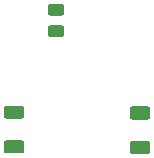
<source format=gbr>
%TF.GenerationSoftware,KiCad,Pcbnew,(5.1.10)-1*%
%TF.CreationDate,2021-08-05T17:27:16+03:00*%
%TF.ProjectId,YevgeniK,59657667-656e-4694-9b2e-6b696361645f,rev?*%
%TF.SameCoordinates,Original*%
%TF.FileFunction,Paste,Bot*%
%TF.FilePolarity,Positive*%
%FSLAX46Y46*%
G04 Gerber Fmt 4.6, Leading zero omitted, Abs format (unit mm)*
G04 Created by KiCad (PCBNEW (5.1.10)-1) date 2021-08-05 17:27:16*
%MOMM*%
%LPD*%
G01*
G04 APERTURE LIST*
G04 APERTURE END LIST*
%TO.C,R3*%
G36*
G01*
X178873999Y-118660500D02*
X179774001Y-118660500D01*
G75*
G02*
X180024000Y-118910499I0J-249999D01*
G01*
X180024000Y-119435501D01*
G75*
G02*
X179774001Y-119685500I-249999J0D01*
G01*
X178873999Y-119685500D01*
G75*
G02*
X178624000Y-119435501I0J249999D01*
G01*
X178624000Y-118910499D01*
G75*
G02*
X178873999Y-118660500I249999J0D01*
G01*
G37*
G36*
G01*
X178873999Y-116835500D02*
X179774001Y-116835500D01*
G75*
G02*
X180024000Y-117085499I0J-249999D01*
G01*
X180024000Y-117610501D01*
G75*
G02*
X179774001Y-117860500I-249999J0D01*
G01*
X178873999Y-117860500D01*
G75*
G02*
X178624000Y-117610501I0J249999D01*
G01*
X178624000Y-117085499D01*
G75*
G02*
X178873999Y-116835500I249999J0D01*
G01*
G37*
%TD*%
%TO.C,R2*%
G36*
G01*
X185810999Y-128469500D02*
X187061001Y-128469500D01*
G75*
G02*
X187311000Y-128719499I0J-249999D01*
G01*
X187311000Y-129344501D01*
G75*
G02*
X187061001Y-129594500I-249999J0D01*
G01*
X185810999Y-129594500D01*
G75*
G02*
X185561000Y-129344501I0J249999D01*
G01*
X185561000Y-128719499D01*
G75*
G02*
X185810999Y-128469500I249999J0D01*
G01*
G37*
G36*
G01*
X185810999Y-125544500D02*
X187061001Y-125544500D01*
G75*
G02*
X187311000Y-125794499I0J-249999D01*
G01*
X187311000Y-126419501D01*
G75*
G02*
X187061001Y-126669500I-249999J0D01*
G01*
X185810999Y-126669500D01*
G75*
G02*
X185561000Y-126419501I0J249999D01*
G01*
X185561000Y-125794499D01*
G75*
G02*
X185810999Y-125544500I249999J0D01*
G01*
G37*
%TD*%
%TO.C,R1*%
G36*
G01*
X175142999Y-128408000D02*
X176393001Y-128408000D01*
G75*
G02*
X176643000Y-128657999I0J-249999D01*
G01*
X176643000Y-129283001D01*
G75*
G02*
X176393001Y-129533000I-249999J0D01*
G01*
X175142999Y-129533000D01*
G75*
G02*
X174893000Y-129283001I0J249999D01*
G01*
X174893000Y-128657999D01*
G75*
G02*
X175142999Y-128408000I249999J0D01*
G01*
G37*
G36*
G01*
X175142999Y-125483000D02*
X176393001Y-125483000D01*
G75*
G02*
X176643000Y-125732999I0J-249999D01*
G01*
X176643000Y-126358001D01*
G75*
G02*
X176393001Y-126608000I-249999J0D01*
G01*
X175142999Y-126608000D01*
G75*
G02*
X174893000Y-126358001I0J249999D01*
G01*
X174893000Y-125732999D01*
G75*
G02*
X175142999Y-125483000I249999J0D01*
G01*
G37*
%TD*%
M02*

</source>
